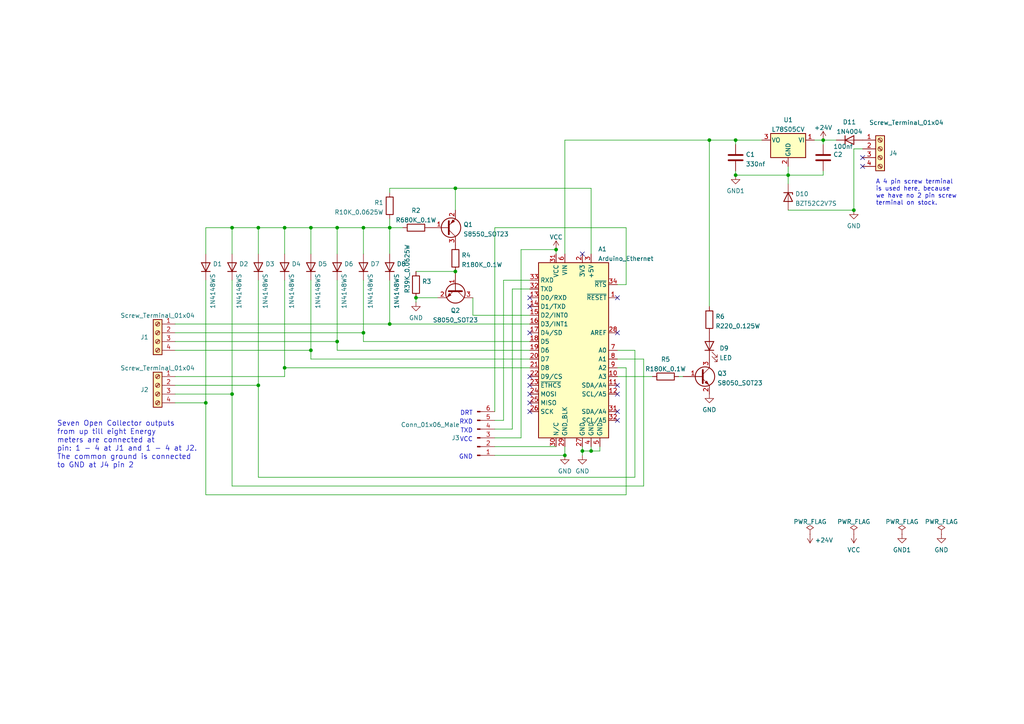
<source format=kicad_sch>
(kicad_sch (version 20211123) (generator eeschema)
  (paper "A4")
  (title_block (title "Energi registration") (date "2022-02-18") (rev "1.0.0"))
  (lib_symbols
    (symbol "Connector:Conn_01x06_Male" (pin_names (offset 1.016) hide)
      (property "Reference" "J" (at 0 7.62 0))
      (property "Value" "Conn_01x06_Male" (at 0 -10.16 0))
      (symbol "Conn_01x06_Male_1_1"
        (polyline (pts (xy 1.27 -7.62) (xy 0.8636 -7.62)) (stroke (width 0.1524)))
        (polyline (pts (xy 1.27 -5.08) (xy 0.8636 -5.08)) (stroke (width 0.1524)))
        (polyline (pts (xy 1.27 -2.54) (xy 0.8636 -2.54)) (stroke (width 0.1524)))
        (polyline (pts (xy 1.27 0) (xy 0.8636 0)) (stroke (width 0.1524)))
        (polyline (pts (xy 1.27 2.54) (xy 0.8636 2.54)) (stroke (width 0.1524)))
        (polyline (pts (xy 1.27 5.08) (xy 0.8636 5.08)) (stroke (width 0.1524)))
        (rectangle (start 0.8636 -7.493) (end 0 -7.747) (stroke (width 0.1524)) (fill (type outline)))
        (rectangle (start 0.8636 -4.953) (end 0 -5.207) (stroke (width 0.1524)) (fill (type outline)))
        (rectangle (start 0.8636 -2.413) (end 0 -2.667) (stroke (width 0.1524)) (fill (type outline)))
        (rectangle (start 0.8636 0.127) (end 0 -0.127) (stroke (width 0.1524)) (fill (type outline)))
        (rectangle (start 0.8636 2.667) (end 0 2.413) (stroke (width 0.1524)) (fill (type outline)))
        (rectangle (start 0.8636 5.207) (end 0 4.953) (stroke (width 0.1524)) (fill (type outline)))
        (pin passive line (at 5.08 5.08 180) (length 3.81) (name "Pin_1") (number "1"))
        (pin passive line (at 5.08 2.54 180) (length 3.81) (name "Pin_2") (number "2"))
        (pin passive line (at 5.08 0 180) (length 3.81) (name "Pin_3") (number "3"))
        (pin passive line (at 5.08 -2.54 180) (length 3.81) (name "Pin_4") (number "4"))
        (pin passive line (at 5.08 -5.08 180) (length 3.81) (name "Pin_5") (number "5"))
        (pin passive line (at 5.08 -7.62 180) (length 3.81) (name "Pin_6") (number "6"))
      )
    )
    (symbol "Connector:Screw_Terminal_01x04" (pin_names (offset 1.016) hide)
      (property "Reference" "J" (at 0 5.08 0))
      (property "Value" "Screw_Terminal_01x04" (at 0 -7.62 0))
      (symbol "Screw_Terminal_01x04_1_1"
        (rectangle (start -1.27 3.81) (end 1.27 -6.35) (stroke (width 0.254)) (fill (type background)))
        (circle (center 0 -5.08) (radius 0.635) (stroke (width 0.1524)))
        (circle (center 0 -2.54) (radius 0.635) (stroke (width 0.1524)))
        (polyline (pts (xy -0.5334 -4.7498) (xy 0.3302 -5.588)) (stroke (width 0.1524)))
        (polyline (pts (xy -0.5334 -2.2098) (xy 0.3302 -3.048)) (stroke (width 0.1524)))
        (polyline (pts (xy -0.5334 0.3302) (xy 0.3302 -0.508)) (stroke (width 0.1524)))
        (polyline (pts (xy -0.5334 2.8702) (xy 0.3302 2.032)) (stroke (width 0.1524)))
        (polyline (pts (xy -0.3556 -4.572) (xy 0.508 -5.4102)) (stroke (width 0.1524)))
        (polyline (pts (xy -0.3556 -2.032) (xy 0.508 -2.8702)) (stroke (width 0.1524)))
        (polyline (pts (xy -0.3556 0.508) (xy 0.508 -0.3302)) (stroke (width 0.1524)))
        (polyline (pts (xy -0.3556 3.048) (xy 0.508 2.2098)) (stroke (width 0.1524)))
        (circle (center 0 0) (radius 0.635) (stroke (width 0.1524)))
        (circle (center 0 2.54) (radius 0.635) (stroke (width 0.1524)))
        (pin passive line (at -5.08 2.54 0) (length 3.81) (name "Pin_1") (number "1"))
        (pin passive line (at -5.08 0 0) (length 3.81) (name "Pin_2") (number "2"))
        (pin passive line (at -5.08 -2.54 0) (length 3.81) (name "Pin_3") (number "3"))
        (pin passive line (at -5.08 -5.08 0) (length 3.81) (name "Pin_4") (number "4"))
      )
    )
    (symbol "Device:C" (pin_numbers hide) (pin_names (offset 0.254))
      (property "Reference" "C" (at 0.635 2.54 0))
      (property "Value" "C" (at 0.635 -2.54 0))
      (symbol "C_0_1"
        (polyline (pts (xy -2.032 -0.762) (xy 2.032 -0.762)) (stroke (width 0.508)))
        (polyline (pts (xy -2.032 0.762) (xy 2.032 0.762)) (stroke (width 0.508)))
      )
      (symbol "C_1_1"
        (pin passive line (at 0 3.81 270) (length 2.794) (name "~") (number "1"))
        (pin passive line (at 0 -3.81 90) (length 2.794) (name "~") (number "2"))
      )
    )
    (symbol "Device:LED" (pin_numbers hide) (pin_names (offset 1.016) hide)
      (property "Reference" "D" (at 0 2.54 0))
      (property "Value" "LED" (at 0 -2.54 0))
      (symbol "LED_0_1"
        (polyline (pts (xy -1.27 -1.27) (xy -1.27 1.27)) (stroke (width 0.254)))
        (polyline (pts (xy -1.27 0) (xy 1.27 0)))
        (polyline (pts (xy 1.27 -1.27) (xy 1.27 1.27) (xy -1.27 0) (xy 1.27 -1.27)) (stroke (width 0.254)))
        (polyline (pts (xy -3.048 -0.762) (xy -4.572 -2.286) (xy -3.81 -2.286) (xy -4.572 -2.286) (xy -4.572 -1.524)))
        (polyline (pts (xy -1.778 -0.762) (xy -3.302 -2.286) (xy -2.54 -2.286) (xy -3.302 -2.286) (xy -3.302 -1.524)))
      )
      (symbol "LED_1_1"
        (pin passive line (at -3.81 0 0) (length 2.54) (name "K") (number "1"))
        (pin passive line (at 3.81 0 180) (length 2.54) (name "A") (number "2"))
      )
    )
    (symbol "Diode:1N4004" (pin_numbers hide) (pin_names (offset 1.016) hide)
      (property "Reference" "D" (at 0 2.54 0))
      (property "Value" "1N4004" (at 0 -2.54 0))
      (symbol "1N4004_0_1"
        (polyline (pts (xy -1.27 1.27) (xy -1.27 -1.27)) (stroke (width 0.254)))
        (polyline (pts (xy 1.27 0) (xy -1.27 0)))
        (polyline (pts (xy 1.27 1.27) (xy 1.27 -1.27) (xy -1.27 0) (xy 1.27 1.27)) (stroke (width 0.254)))
      )
      (symbol "1N4004_1_1"
        (pin passive line (at -3.81 0 0) (length 2.54) (name "K") (number "1"))
        (pin passive line (at 3.81 0 180) (length 2.54) (name "A") (number "2"))
      )
    )
    (symbol "Diode:1N4148" (pin_numbers hide) (pin_names (offset 1.016) hide)
      (property "Reference" "D" (at 0 2.54 0))
      (property "Value" "1N4148" (at 0 -2.54 0))
      (symbol "1N4148_0_1"
        (polyline (pts (xy -1.27 1.27) (xy -1.27 -1.27)) (stroke (width 0.254)))
        (polyline (pts (xy 1.27 0) (xy -1.27 0)))
        (polyline (pts (xy 1.27 1.27) (xy 1.27 -1.27) (xy -1.27 0) (xy 1.27 1.27)) (stroke (width 0.254)))
      )
      (symbol "1N4148_1_1"
        (pin passive line (at -3.81 0 0) (length 2.54) (name "K") (number "1"))
        (pin passive line (at 3.81 0 180) (length 2.54) (name "A") (number "2"))
      )
    )
    (symbol "Diode:BZT52Bxx" (pin_numbers hide) (pin_names (offset 1.016) hide)
      (property "Reference" "D" (at 0 2.54 0))
      (property "Value" "BZT52Bxx" (at 0 -2.54 0))
      (symbol "BZT52Bxx_0_1"
        (polyline (pts (xy 1.27 0) (xy -1.27 0)))
        (polyline (pts (xy -1.27 -1.27) (xy -1.27 1.27) (xy -0.762 1.27)) (stroke (width 0.254)))
        (polyline (pts (xy 1.27 -1.27) (xy 1.27 1.27) (xy -1.27 0) (xy 1.27 -1.27)) (stroke (width 0.254)))
      )
      (symbol "BZT52Bxx_1_1"
        (pin passive line (at -3.81 0 0) (length 2.54) (name "K") (number "1"))
        (pin passive line (at 3.81 0 180) (length 2.54) (name "A") (number "2"))
      )
    )
    (symbol "Local_Device_Library:R10K_0.0625W" (pin_numbers hide) (pin_names (offset 0))
      (property "Reference" "R" (at 2.032 0 90))
      (property "Value" "R10K_0.0625W" (at 0 0 90))
      (symbol "R10K_0.0625W_0_1"
        (rectangle (start -1.016 -2.54) (end 1.016 2.54) (stroke (width 0.254)))
      )
      (symbol "R10K_0.0625W_1_1"
        (pin passive line (at 0 3.81 270) (length 1.27) (name "~") (number "1"))
        (pin passive line (at 0 -3.81 90) (length 1.27) (name "~") (number "2"))
      )
    )
    (symbol "Local_Device_Library:R180K_0.1W" (pin_numbers hide) (pin_names (offset 0))
      (property "Reference" "R" (at 2.032 0 90))
      (property "Value" "R180K_0.1W" (at 0 0 90))
      (symbol "R180K_0.1W_0_1"
        (rectangle (start -1.016 -2.54) (end 1.016 2.54) (stroke (width 0.254)))
      )
      (symbol "R180K_0.1W_1_1"
        (pin passive line (at 0 3.81 270) (length 1.27) (name "~") (number "1"))
        (pin passive line (at 0 -3.81 90) (length 1.27) (name "~") (number "2"))
      )
    )
    (symbol "Local_Device_Library:R220_0.125W" (pin_numbers hide) (pin_names (offset 0))
      (property "Reference" "R" (at 2.032 0 90))
      (property "Value" "R220_0.125W" (at 0 0 90))
      (symbol "R220_0.125W_0_1"
        (rectangle (start -1.016 -2.54) (end 1.016 2.54) (stroke (width 0.254)))
      )
      (symbol "R220_0.125W_1_1"
        (pin passive line (at 0 3.81 270) (length 1.27) (name "~") (number "1"))
        (pin passive line (at 0 -3.81 90) (length 1.27) (name "~") (number "2"))
      )
    )
    (symbol "Local_Device_Library:R39K_0.0625W" (pin_numbers hide) (pin_names (offset 0))
      (property "Reference" "R" (at 2.032 0 90))
      (property "Value" "R39K_0.0625W" (at 0 0 90))
      (symbol "R39K_0.0625W_0_1"
        (rectangle (start -1.016 -2.54) (end 1.016 2.54) (stroke (width 0.254)))
      )
      (symbol "R39K_0.0625W_1_1"
        (pin passive line (at 0 3.81 270) (length 1.27) (name "~") (number "1"))
        (pin passive line (at 0 -3.81 90) (length 1.27) (name "~") (number "2"))
      )
    )
    (symbol "Local_Device_Library:R680K_0.1W" (pin_numbers hide) (pin_names (offset 0))
      (property "Reference" "R" (at 2.032 0 90))
      (property "Value" "R680K_0.1W" (at 0 0 90))
      (symbol "R680K_0.1W_0_1"
        (rectangle (start -1.016 -2.54) (end 1.016 2.54) (stroke (width 0.254)))
      )
      (symbol "R680K_0.1W_1_1"
        (pin passive line (at 0 3.81 270) (length 1.27) (name "~") (number "1"))
        (pin passive line (at 0 -3.81 90) (length 1.27) (name "~") (number "2"))
      )
    )
    (symbol "Local_MCU_Module_Library:Arduino_Ethernet"
      (property "Reference" "A" (at -10.16 26.035 0))
      (property "Value" "Arduino_Ethernet" (at 10.16 -26.67 0))
      (symbol "Arduino_Ethernet_0_1"
        (rectangle (start 10.16 25.4) (end -10.16 -25.4) (stroke (width 0.254)) (fill (type background)))
      )
      (symbol "Arduino_Ethernet_1_1"
        (pin input line (at 12.7 15.24 180) (length 2.54) (name "~{RESET}") (number "1"))
        (pin bidirectional line (at 12.7 -7.62 180) (length 2.54) (name "A3") (number "10"))
        (pin bidirectional line (at 12.7 -10.16 180) (length 2.54) (name "SDA/A4") (number "11"))
        (pin bidirectional line (at 12.7 -12.7 180) (length 2.54) (name "SCL/A5") (number "12"))
        (pin bidirectional line (at -12.7 15.24 0) (length 2.54) (name "D0/RXD") (number "13"))
        (pin bidirectional line (at -12.7 12.7 0) (length 2.54) (name "D1/TXD") (number "14"))
        (pin bidirectional line (at -12.7 10.16 0) (length 2.54) (name "D2/INT0") (number "15"))
        (pin bidirectional line (at -12.7 7.62 0) (length 2.54) (name "D3/INT1") (number "16"))
        (pin bidirectional line (at -12.7 5.08 0) (length 2.54) (name "D4/SD") (number "17"))
        (pin bidirectional line (at -12.7 2.54 0) (length 2.54) (name "D5") (number "18"))
        (pin bidirectional line (at -12.7 0 0) (length 2.54) (name "D6") (number "19"))
        (pin power_out line (at 2.54 27.94 270) (length 2.54) (name "3V3") (number "2"))
        (pin bidirectional line (at -12.7 -2.54 0) (length 2.54) (name "D7") (number "20"))
        (pin bidirectional line (at -12.7 -5.08 0) (length 2.54) (name "D8") (number "21"))
        (pin bidirectional line (at -12.7 -7.62 0) (length 2.54) (name "D9/CS") (number "22"))
        (pin bidirectional line (at -12.7 -10.16 0) (length 2.54) (name "~{ETHCS}") (number "23"))
        (pin bidirectional line (at -12.7 -12.7 0) (length 2.54) (name "MOSI") (number "24"))
        (pin bidirectional line (at -12.7 -15.24 0) (length 2.54) (name "MISO") (number "25"))
        (pin bidirectional line (at -12.7 -17.78 0) (length 2.54) (name "SCK") (number "26"))
        (pin power_in line (at 2.54 -27.94 90) (length 2.54) (name "GND") (number "27"))
        (pin input line (at 12.7 5.08 180) (length 2.54) (name "AREF") (number "28"))
        (pin power_in line (at -2.54 -27.94 90) (length 2.54) (name "GND_BLK") (number "29"))
        (pin power_out line (at 5.08 27.94 270) (length 2.54) (name "+5V") (number "3"))
        (pin passive line (at -5.08 -27.94 90) (length 2.54) (name "N/C") (number "30"))
        (pin bidirectional line (at 12.7 -17.78 180) (length 2.54) (name "SDA/A4") (number "31"))
        (pin power_in line (at -5.08 27.94 270) (length 2.54) (name "VCC") (number "31"))
        (pin bidirectional line (at 12.7 -20.32 180) (length 2.54) (name "SCL/A5") (number "32"))
        (pin bidirectional line (at -12.7 17.78 0) (length 2.54) (name "TXD") (number "32"))
        (pin bidirectional line (at -12.7 20.32 0) (length 2.54) (name "RXD") (number "33"))
        (pin input line (at 12.7 19.05 180) (length 2.54) (name "~{RTS}") (number "34"))
        (pin power_in line (at 5.08 -27.94 90) (length 2.54) (name "GND") (number "4"))
        (pin power_in line (at 7.62 -27.94 90) (length 2.54) (name "GND") (number "5"))
        (pin power_in line (at -2.54 27.94 270) (length 2.54) (name "VIN") (number "6"))
        (pin bidirectional line (at 12.7 0 180) (length 2.54) (name "A0") (number "7"))
        (pin bidirectional line (at 12.7 -2.54 180) (length 2.54) (name "A1") (number "8"))
        (pin bidirectional line (at 12.7 -5.08 180) (length 2.54) (name "A2") (number "9"))
      )
    )
    (symbol "Local_Miscellaneous_Library:L78S75CV_TO220AB" (pin_names (offset 0.254))
      (property "Reference" "U" (at -3.81 3.175 0))
      (property "Value" "L78S75CV_TO220AB" (at 0 3.175 0))
      (symbol "L78S75CV_TO220AB_0_1"
        (rectangle (start -5.08 1.905) (end 5.08 -5.08) (stroke (width 0.254)) (fill (type background)))
      )
      (symbol "L78S75CV_TO220AB_1_1"
        (pin power_in line (at -7.62 0 0) (length 2.54) (name "VI") (number "1"))
        (pin power_in line (at 0 -7.62 90) (length 2.54) (name "GND") (number "2"))
        (pin power_out line (at 7.62 0 180) (length 2.54) (name "VO") (number "3"))
      )
    )
    (symbol "Local_Transistor_BJT_Library:S8050_SOT23" (pin_names (offset 0) hide)
      (property "Reference" "Q" (at 5.08 1.905 0))
      (property "Value" "S8050_SOT23" (at 5.08 0 0))
      (symbol "S8050_SOT23_0_1"
        (polyline (pts (xy 0.635 0.635) (xy 2.54 2.54)))
        (polyline (pts (xy 0.635 -0.635) (xy 2.54 -2.54) (xy 2.54 -2.54)))
        (polyline (pts (xy 0.635 1.905) (xy 0.635 -1.905) (xy 0.635 -1.905)) (stroke (width 0.508)))
        (polyline (pts (xy 1.27 -1.778) (xy 1.778 -1.27) (xy 2.286 -2.286) (xy 1.27 -1.778) (xy 1.27 -1.778)) (fill (type outline)))
        (circle (center 1.27 0) (radius 2.8194) (stroke (width 0.254)))
      )
      (symbol "S8050_SOT23_1_1"
        (pin input line (at -5.08 0 0) (length 5.715) (name "B") (number "1"))
        (pin passive line (at 2.54 -5.08 90) (length 2.54) (name "E") (number "2"))
        (pin passive line (at 2.54 5.08 270) (length 2.54) (name "C") (number "3"))
      )
    )
    (symbol "Local_Transistor_BJT_Library:S8550_SOT23" (pin_names (offset 0) hide)
      (property "Reference" "Q" (at 5.08 1.905 0))
      (property "Value" "S8550_SOT23" (at 5.08 0 0))
      (symbol "S8550_SOT23_0_1"
        (polyline (pts (xy 0.635 0.635) (xy 2.54 2.54)))
        (polyline (pts (xy 0.635 -0.635) (xy 2.54 -2.54) (xy 2.54 -2.54)))
        (polyline (pts (xy 0.635 1.905) (xy 0.635 -1.905) (xy 0.635 -1.905)) (stroke (width 0.508)))
        (polyline (pts (xy 2.286 -1.778) (xy 1.778 -2.286) (xy 1.27 -1.27) (xy 2.286 -1.778) (xy 2.286 -1.778)) (fill (type outline)))
        (circle (center 1.27 0) (radius 2.8194) (stroke (width 0.254)))
      )
      (symbol "S8550_SOT23_1_1"
        (pin input line (at -5.08 0 0) (length 5.715) (name "B") (number "1"))
        (pin passive line (at 2.54 -5.08 90) (length 2.54) (name "E") (number "2"))
        (pin passive line (at 2.54 5.08 270) (length 2.54) (name "C") (number "3"))
      )
    )
    (symbol "power:+24V" (power) (pin_names (offset 0))
      (property "Value" "+24V" (at 0 3.556 0))
      (symbol "+24V_0_1"
        (polyline (pts (xy -0.762 1.27) (xy 0 2.54)))
        (polyline (pts (xy 0 0) (xy 0 2.54)))
        (polyline (pts (xy 0 2.54) (xy 0.762 1.27)))
      )
      (symbol "+24V_1_1"
        (pin power_in line (at 0 0 90) (length 0) hide (name "+24V") (number "1"))
      )
    )
    (symbol "power:GND" (power) (pin_names (offset 0))
      (property "Value" "GND" (at 0 -3.81 0))
      (symbol "GND_0_1"
        (polyline (pts (xy 0 0) (xy 0 -1.27) (xy 1.27 -1.27) (xy 0 -2.54) (xy -1.27 -1.27) (xy 0 -1.27)))
      )
      (symbol "GND_1_1"
        (pin power_in line (at 0 0 270) (length 0) hide (name "GND") (number "1"))
      )
    )
    (symbol "power:GND1" (power) (pin_names (offset 0))
      (property "Value" "GND1" (at 0 -3.81 0))
      (symbol "GND1_0_1"
        (polyline (pts (xy 0 0) (xy 0 -1.27) (xy 1.27 -1.27) (xy 0 -2.54) (xy -1.27 -1.27) (xy 0 -1.27)))
      )
      (symbol "GND1_1_1"
        (pin power_in line (at 0 0 270) (length 0) hide (name "GND1") (number "1"))
      )
    )
    (symbol "power:PWR_FLAG" (power) (pin_numbers hide) (pin_names (offset 0) hide)
      (property "Value" "PWR_FLAG" (at 0 3.81 0))
      (symbol "PWR_FLAG_0_0"
        (pin power_out line (at 0 0 90) (length 0) (name "pwr") (number "1"))
      )
      (symbol "PWR_FLAG_0_1"
        (polyline (pts (xy 0 0) (xy 0 1.27) (xy -1.016 1.905) (xy 0 2.54) (xy 1.016 1.905) (xy 0 1.27)))
      )
    )
    (symbol "power:VCC" (power) (pin_names (offset 0))
      (property "Value" "VCC" (at 0 3.81 0))
      (symbol "VCC_0_1"
        (polyline (pts (xy -0.762 1.27) (xy 0 2.54)))
        (polyline (pts (xy 0 0) (xy 0 2.54)))
        (polyline (pts (xy 0 2.54) (xy 0.762 1.27)))
      )
      (symbol "VCC_1_1"
        (pin power_in line (at 0 0 90) (length 0) hide (name "VCC") (number "1"))
      )
    )
  )
  (junction (at 168.91 130.81))
  (junction (at 213.36 40.64))
  (junction (at 74.93 66.04))
  (junction (at 74.93 111.76))
  (junction (at 228.6 50.8))
  (junction (at 213.36 50.8))
  (junction (at 67.31 114.3))
  (junction (at 90.17 101.6))
  (junction (at 59.69 116.84))
  (junction (at 113.03 93.98))
  (junction (at 163.83 132.08))
  (junction (at 97.79 66.04))
  (junction (at 113.03 66.04))
  (junction (at 161.29 72.39))
  (junction (at 82.55 106.68))
  (junction (at 90.17 66.04))
  (junction (at 105.41 96.52))
  (junction (at 171.45 130.81))
  (junction (at 97.79 99.06))
  (junction (at 105.41 66.04))
  (junction (at 247.65 60.96))
  (junction (at 120.65 86.36))
  (junction (at 238.76 40.64))
  (junction (at 82.55 66.04))
  (junction (at 132.08 78.74))
  (junction (at 205.74 40.64))
  (junction (at 132.08 54.61))
  (junction (at 67.31 66.04))
  (no_connect (at 250.19 48.26))
  (no_connect (at 250.19 45.72))
  (no_connect (at 168.91 73.66))
  (no_connect (at 179.07 86.36))
  (no_connect (at 179.07 121.92))
  (no_connect (at 179.07 119.38))
  (no_connect (at 179.07 111.76))
  (no_connect (at 179.07 114.3))
  (no_connect (at 153.67 116.84))
  (no_connect (at 153.67 109.22))
  (no_connect (at 153.67 111.76))
  (no_connect (at 153.67 114.3))
  (no_connect (at 179.07 96.52))
  (no_connect (at 153.67 86.36))
  (no_connect (at 153.67 88.9))
  (no_connect (at 153.67 119.38))
  (no_connect (at 153.67 96.52))
  (wire (pts (xy 143.51 132.08) (xy 163.83 132.08)))
  (wire (pts (xy 74.93 66.04) (xy 74.93 73.66)))
  (wire (pts (xy 168.91 130.81) (xy 168.91 129.54)))
  (wire (pts (xy 179.07 82.55) (xy 181.61 82.55)))
  (wire (pts (xy 153.67 81.28) (xy 146.05 81.28)))
  (wire (pts (xy 181.61 82.55) (xy 181.61 66.04)))
  (wire (pts (xy 146.05 121.92) (xy 143.51 121.92)))
  (wire (pts (xy 137.16 91.44) (xy 137.16 86.36)))
  (wire (pts (xy 238.76 50.8) (xy 238.76 49.53)))
  (wire (pts (xy 74.93 66.04) (xy 67.31 66.04)))
  (wire (pts (xy 97.79 101.6) (xy 153.67 101.6)))
  (wire (pts (xy 82.55 66.04) (xy 74.93 66.04)))
  (wire (pts (xy 90.17 101.6) (xy 90.17 81.28)))
  (wire (pts (xy 238.76 40.64) (xy 242.57 40.64)))
  (wire (pts (xy 236.22 40.64) (xy 238.76 40.64)))
  (wire (pts (xy 113.03 54.61) (xy 113.03 55.88)))
  (wire (pts (xy 127 86.36) (xy 120.65 86.36)))
  (wire (pts (xy 113.03 93.98) (xy 153.67 93.98)))
  (wire (pts (xy 205.74 40.64) (xy 213.36 40.64)))
  (wire (pts (xy 238.76 41.91) (xy 238.76 40.64)))
  (wire (pts (xy 82.55 66.04) (xy 82.55 73.66)))
  (wire (pts (xy 50.8 109.22) (xy 82.55 109.22)))
  (wire (pts (xy 59.69 143.51) (xy 181.61 143.51)))
  (wire (pts (xy 59.69 116.84) (xy 50.8 116.84)))
  (wire (pts (xy 113.03 63.5) (xy 113.03 66.04)))
  (wire (pts (xy 90.17 101.6) (xy 90.17 104.14)))
  (wire (pts (xy 132.08 54.61) (xy 171.45 54.61)))
  (wire (pts (xy 163.83 40.64) (xy 163.83 73.66)))
  (wire (pts (xy 181.61 66.04) (xy 143.51 66.04)))
  (wire (pts (xy 120.65 86.36) (xy 120.65 87.63)))
  (wire (pts (xy 132.08 78.74) (xy 120.65 78.74)))
  (wire (pts (xy 179.07 109.22) (xy 189.23 109.22)))
  (wire (pts (xy 132.08 54.61) (xy 113.03 54.61)))
  (wire (pts (xy 163.83 129.54) (xy 163.83 132.08)))
  (wire (pts (xy 67.31 81.28) (xy 67.31 114.3)))
  (wire (pts (xy 116.84 66.04) (xy 113.03 66.04)))
  (wire (pts (xy 50.8 114.3) (xy 67.31 114.3)))
  (wire (pts (xy 179.07 106.68) (xy 181.61 106.68)))
  (wire (pts (xy 143.51 129.54) (xy 161.29 129.54)))
  (wire (pts (xy 213.36 50.8) (xy 228.6 50.8)))
  (wire (pts (xy 151.13 127) (xy 151.13 72.39)))
  (wire (pts (xy 105.41 66.04) (xy 97.79 66.04)))
  (wire (pts (xy 143.51 66.04) (xy 143.51 119.38)))
  (wire (pts (xy 228.6 50.8) (xy 238.76 50.8)))
  (wire (pts (xy 247.65 43.18) (xy 247.65 60.96)))
  (wire (pts (xy 74.93 81.28) (xy 74.93 111.76)))
  (wire (pts (xy 213.36 41.91) (xy 213.36 40.64)))
  (wire (pts (xy 97.79 99.06) (xy 97.79 101.6)))
  (wire (pts (xy 90.17 104.14) (xy 153.67 104.14)))
  (wire (pts (xy 153.67 91.44) (xy 137.16 91.44)))
  (wire (pts (xy 171.45 130.81) (xy 171.45 129.54)))
  (wire (pts (xy 67.31 114.3) (xy 67.31 140.97)))
  (wire (pts (xy 97.79 81.28) (xy 97.79 99.06)))
  (wire (pts (xy 168.91 130.81) (xy 171.45 130.81)))
  (wire (pts (xy 228.6 60.96) (xy 247.65 60.96)))
  (wire (pts (xy 67.31 66.04) (xy 67.31 73.66)))
  (wire (pts (xy 163.83 40.64) (xy 205.74 40.64)))
  (wire (pts (xy 50.8 99.06) (xy 97.79 99.06)))
  (wire (pts (xy 50.8 93.98) (xy 113.03 93.98)))
  (wire (pts (xy 82.55 81.28) (xy 82.55 106.68)))
  (wire (pts (xy 213.36 40.64) (xy 220.98 40.64)))
  (wire (pts (xy 59.69 116.84) (xy 59.69 143.51)))
  (wire (pts (xy 105.41 66.04) (xy 105.41 73.66)))
  (wire (pts (xy 59.69 66.04) (xy 59.69 73.66)))
  (wire (pts (xy 171.45 54.61) (xy 171.45 73.66)))
  (wire (pts (xy 205.74 40.64) (xy 205.74 88.9)))
  (wire (pts (xy 67.31 66.04) (xy 59.69 66.04)))
  (wire (pts (xy 105.41 99.06) (xy 153.67 99.06)))
  (wire (pts (xy 151.13 72.39) (xy 161.29 72.39)))
  (wire (pts (xy 228.6 50.8) (xy 228.6 53.34)))
  (wire (pts (xy 74.93 138.43) (xy 184.15 138.43)))
  (wire (pts (xy 59.69 81.28) (xy 59.69 116.84)))
  (wire (pts (xy 181.61 143.51) (xy 181.61 106.68)))
  (wire (pts (xy 247.65 43.18) (xy 250.19 43.18)))
  (wire (pts (xy 113.03 81.28) (xy 113.03 93.98)))
  (wire (pts (xy 97.79 66.04) (xy 90.17 66.04)))
  (wire (pts (xy 82.55 106.68) (xy 153.67 106.68)))
  (wire (pts (xy 105.41 81.28) (xy 105.41 96.52)))
  (wire (pts (xy 97.79 66.04) (xy 97.79 73.66)))
  (wire (pts (xy 148.59 124.46) (xy 143.51 124.46)))
  (wire (pts (xy 148.59 83.82) (xy 153.67 83.82)))
  (wire (pts (xy 184.15 138.43) (xy 184.15 101.6)))
  (wire (pts (xy 228.6 50.8) (xy 228.6 48.26)))
  (wire (pts (xy 184.15 101.6) (xy 179.07 101.6)))
  (wire (pts (xy 50.8 101.6) (xy 90.17 101.6)))
  (wire (pts (xy 143.51 127) (xy 151.13 127)))
  (wire (pts (xy 113.03 66.04) (xy 113.03 73.66)))
  (wire (pts (xy 186.69 104.14) (xy 179.07 104.14)))
  (wire (pts (xy 74.93 111.76) (xy 74.93 138.43)))
  (wire (pts (xy 148.59 83.82) (xy 148.59 124.46)))
  (wire (pts (xy 113.03 66.04) (xy 105.41 66.04)))
  (wire (pts (xy 90.17 66.04) (xy 82.55 66.04)))
  (wire (pts (xy 132.08 54.61) (xy 132.08 60.96)))
  (wire (pts (xy 168.91 132.08) (xy 168.91 130.81)))
  (wire (pts (xy 196.85 109.22) (xy 198.12 109.22)))
  (wire (pts (xy 105.41 96.52) (xy 105.41 99.06)))
  (wire (pts (xy 213.36 50.8) (xy 213.36 49.53)))
  (wire (pts (xy 50.8 96.52) (xy 105.41 96.52)))
  (wire (pts (xy 171.45 130.81) (xy 173.99 130.81)))
  (wire (pts (xy 161.29 73.66) (xy 161.29 72.39)))
  (wire (pts (xy 186.69 104.14) (xy 186.69 140.97)))
  (wire (pts (xy 173.99 130.81) (xy 173.99 129.54)))
  (wire (pts (xy 146.05 81.28) (xy 146.05 121.92)))
  (wire (pts (xy 82.55 106.68) (xy 82.55 109.22)))
  (wire (pts (xy 50.8 111.76) (xy 74.93 111.76)))
  (wire (pts (xy 67.31 140.97) (xy 186.69 140.97)))
  (wire (pts (xy 90.17 66.04) (xy 90.17 73.66)))
  (text "Seven Open Collector outputs \nfrom up till eight Energy \nmeters are connected at \npin: 1 - 4 at J1 and 1 - 4 at J2.\nThe common ground is connected\nto GND at J4 pin 2" (at 16.51 135.89 0) (effects (font (size 1.5 1.5)) (justify left bottom)))
  (text "A 4 pin screw terminal\nis used here, because\nwe have no 2 pin screw\nterminal on stock." (at 254 59.69 0) (effects (font (size 1.27 1.27)) (justify left bottom)))
  (text "RXD" (at 137.16 123.19 180) (effects (font (size 1.27 1.27)) (justify right bottom)))
  (text "DRT" (at 137.16 120.65 180) (effects (font (size 1.27 1.27)) (justify right bottom)))
  (text "VCC" (at 137.16 128.27 180) (effects (font (size 1.27 1.27)) (justify right bottom)))
  (text "TXD" (at 137.16 125.73 180) (effects (font (size 1.27 1.27)) (justify right bottom)))
  (text "GND" (at 137.16 133.35 180) (effects (font (size 1.27 1.27)) (justify right bottom)))
  (symbol (lib_id "Local_Device_Library:R180K_0.1W") (at 132.08 74.93 0) (unit 1)
    (property "Reference" "R4" (at 133.858 74.0215 0) (effects (justify left)))
    (property "Value" "R180K_0.1W" (at 133.858 76.7966 0) (effects (justify left)))
    (property "Footprint" "Resistor_SMD:R_0603_1608Metric" (effects hide))
    (property "Datasheet" "https://datasheet.lcsc.com/lcsc/2110260030_UNI-ROYAL-Uniroyal-Elec-0402WGF1002TCE_C25744.pdf" (effects hide))
    (property "LibPart" "Local_Device_Library:R180K_0.1W" (effects hide))
    (property "Category" "Resistor" (effects hide))
    (property "Description" "±1% 1/10W Thick Film Resistors 75V ±100ppm/℃ -55℃~+155℃ 180kΩ 0603 Chip Resistor - Surface Mount ROHS" (effects hide))
    (property "Famely" "Resistor" (effects hide))
    (property "JLCPCB Part #" "C22827" (effects hide))
    (property "Manufacturer" "UNI-ROYAL(Uniroyal Elec)" (effects hide))
    (property "Manufacturer PN" "0603WAF1803T5E" (effects hide))
  )
  (symbol (lib_id "power:GND1") (at 213.36 50.8 0) (unit 1)
    (property "Reference" "#PWR06" (effects hide))
    (property "Value" "GND1" (at 213.36 55.3625 0))
  )
  (symbol (lib_id "power:PWR_FLAG") (at 247.65 154.94 0) (unit 1)
    (property "Reference" "#FLG02" (effects hide))
    (property "Value" "PWR_FLAG" (at 247.65 151.3355 0))
  )
  (symbol (lib_id "Local_Transistor_BJT_Library:S8550_SOT23") (at 129.54 66.04 0) (mirror x) (unit 1)
    (property "Reference" "Q1" (at 134.3914 65.1315 0) (effects (justify left)))
    (property "Value" "S8550_SOT23" (at 134.3914 67.9066 0) (effects (justify left)))
    (property "Footprint" "Package_TO_SOT_SMD:SOT-23" (effects hide))
    (property "Datasheet" "https://datasheet.lcsc.com/lcsc/1810010612_Changjiang-Electronics-Tech--CJ-S8550_C105432.pdf" (effects hide))
    (property "LibPart" "Local_Transistor_BJT_Library" (effects hide))
    (property "Category" "Transistors" (effects hide))
    (property "Description" "25V 300mW 500mA 120@50mA,1V 150MHz 600mV@500mA,50mA PNP +150℃@(Tj) SOT-23(SOT-23-3) Bipolar Transistors - BJT ROHS" (effects hide))
    (property "Famely" "Transistors" (effects hide))
    (property "JLCPCB Part #" "C105432" (effects hide))
    (property "Manufacturer" "Changjiang Electronics Tech (CJ)" (effects hide))
    (property "Manufacturer PN" "S8550" (effects hide))
  )
  (symbol (lib_id "Diode:1N4148") (at 67.31 77.47 90) (unit 1)
    (property "Reference" "D2" (at 69.342 76.5615 90) (effects (justify right)))
    (property "Value" "1N4148WS" (at 69.342 79.3366 0) (effects (justify right)))
    (property "Footprint" "Diode_SMD:D_SOD-323F" (effects hide))
    (property "Datasheet" "https://datasheet.lcsc.com/szlcsc/Changjiang-Electronics-Tech-CJ-1N4148WS_C2128.pdf" (effects hide))
    (property "Category" "Discrete Semiconductor Products" (effects hide))
    (property "Description" "SWITCHING DIODE 100V 150MA 1.25V @ 150MA 4NS SOD-323 ROHS" (effects hide))
    (property "Digi-Key " "1N4148WS-FDICT-ND" (effects hide))
    (property "Famely" "Diodes - Rectifiers - Single" (effects hide))
    (property "JLCPCB Part #" "C2128" (effects hide))
    (property "Manufacturer" "Changjiang Electronics Tech (CJ)" (effects hide))
    (property "Manufacturer PN" "1N4148WS" (effects hide))
    (property "LibPart" "???" (effects hide))
  )
  (symbol (lib_id "Diode:1N4148") (at 59.69 77.47 90) (unit 1)
    (property "Reference" "D1" (at 61.722 76.5615 90) (effects (justify right)))
    (property "Value" "1N4148WS" (at 61.722 79.3366 0) (effects (justify right)))
    (property "Footprint" "Diode_SMD:D_SOD-323F" (effects hide))
    (property "Datasheet" "https://datasheet.lcsc.com/szlcsc/Changjiang-Electronics-Tech-CJ-1N4148WS_C2128.pdf" (effects hide))
    (property "Category" "Discrete Semiconductor Products" (effects hide))
    (property "Description" "SWITCHING DIODE 100V 150MA 1.25V @ 150MA 4NS SOD-323 ROHS" (effects hide))
    (property "Digi-Key " "1N4148WS-FDICT-ND" (effects hide))
    (property "Famely" "Diodes - Rectifiers - Single" (effects hide))
    (property "JLCPCB Part #" "C2128" (effects hide))
    (property "Manufacturer" "Changjiang Electronics Tech (CJ)" (effects hide))
    (property "Manufacturer PN" "1N4148WS" (effects hide))
    (property "LibPart" "???" (effects hide))
  )
  (symbol (lib_id "Local_Miscellaneous_Library:L78S75CV_TO220AB") (at 228.6 40.64 0) (mirror y) (unit 1) (on_board no)
    (property "Reference" "U1" (at 228.6 34.7685 0))
    (property "Value" "L78S05CV" (at 228.6 37.5436 0))
    (property "Footprint" "Package_TO_SOT_THT:TO-220-3_Vertical" (effects hide))
    (property "Datasheet" "http://www.st.com/content/ccc/resource/technical/document/datasheet/e9/be/53/a3/1f/6f/4f/75/CD00000449.pdf/files/CD00000449.pdf/jcr:content/translations/en.CD00000449.pdf" (effects hide))
    (property "Digi-Key Order no.:" "497-14164-ND" (effects hide))
    (property "Digi-Key " "https://www.digikey.dk/da/products/detail/stmicroelectronics/L78S75CV/1663449" (effects hide))
  )
  (symbol (lib_id "Diode:1N4148") (at 74.93 77.47 90) (unit 1)
    (property "Reference" "D3" (at 76.962 76.5615 90) (effects (justify right)))
    (property "Value" "1N4148WS" (at 76.962 79.3366 0) (effects (justify right)))
    (property "Footprint" "Diode_SMD:D_SOD-323F" (effects hide))
    (property "Datasheet" "https://datasheet.lcsc.com/szlcsc/Changjiang-Electronics-Tech-CJ-1N4148WS_C2128.pdf" (effects hide))
    (property "Category" "Discrete Semiconductor Products" (effects hide))
    (property "Description" "SWITCHING DIODE 100V 150MA 1.25V @ 150MA 4NS SOD-323 ROHS" (effects hide))
    (property "Digi-Key " "1N4148WS-FDICT-ND" (effects hide))
    (property "Famely" "Diodes - Rectifiers - Single" (effects hide))
    (property "JLCPCB Part #" "C2128" (effects hide))
    (property "Manufacturer" "Changjiang Electronics Tech (CJ)" (effects hide))
    (property "Manufacturer PN" "1N4148WS" (effects hide))
    (property "LibPart" "???" (effects hide))
  )
  (symbol (lib_id "Connector:Screw_Terminal_01x04") (at 45.72 96.52 0) (mirror y) (unit 1) (in_bom no)
    (property "Reference" "J1" (at 41.91 97.79 0))
    (property "Value" "Screw_Terminal_01x04" (at 45.72 91.5186 0))
    (property "Footprint" "Local_Connectors:TerminalBlock_PT-1,5-4-5.0-H_1x04_P5.00mm_Horizontal-(Frontside-Mount)" (effects hide))
  )
  (symbol (lib_id "Diode:1N4148") (at 105.41 77.47 90) (unit 1)
    (property "Reference" "D7" (at 107.442 76.5615 90) (effects (justify right)))
    (property "Value" "1N4148WS" (at 107.442 79.3366 0) (effects (justify right)))
    (property "Footprint" "Diode_SMD:D_SOD-323F" (effects hide))
    (property "Datasheet" "https://datasheet.lcsc.com/szlcsc/Changjiang-Electronics-Tech-CJ-1N4148WS_C2128.pdf" (effects hide))
    (property "Category" "Discrete Semiconductor Products" (effects hide))
    (property "Description" "SWITCHING DIODE 100V 150MA 1.25V @ 150MA 4NS SOD-323 ROHS" (effects hide))
    (property "Digi-Key " "1N4148WS-FDICT-ND" (effects hide))
    (property "Famely" "Diodes - Rectifiers - Single" (effects hide))
    (property "JLCPCB Part #" "C2128" (effects hide))
    (property "Manufacturer" "Changjiang Electronics Tech (CJ)" (effects hide))
    (property "Manufacturer PN" "1N4148WS" (effects hide))
    (property "LibPart" "???" (effects hide))
  )
  (symbol (lib_id "Diode:1N4148") (at 90.17 77.47 90) (unit 1)
    (property "Reference" "D5" (at 92.202 76.5615 90) (effects (justify right)))
    (property "Value" "1N4148WS" (at 92.202 79.3366 0) (effects (justify right)))
    (property "Footprint" "Diode_SMD:D_SOD-323F" (effects hide))
    (property "Datasheet" "https://datasheet.lcsc.com/szlcsc/Changjiang-Electronics-Tech-CJ-1N4148WS_C2128.pdf" (effects hide))
    (property "Category" "Discrete Semiconductor Products" (effects hide))
    (property "Description" "SWITCHING DIODE 100V 150MA 1.25V @ 150MA 4NS SOD-323 ROHS" (effects hide))
    (property "Digi-Key " "1N4148WS-FDICT-ND" (effects hide))
    (property "Famely" "Diodes - Rectifiers - Single" (effects hide))
    (property "JLCPCB Part #" "C2128" (effects hide))
    (property "Manufacturer" "Changjiang Electronics Tech (CJ)" (effects hide))
    (property "Manufacturer PN" "1N4148WS" (effects hide))
    (property "LibPart" "???" (effects hide))
  )
  (symbol (lib_id "power:+24V") (at 238.76 40.64 0) (unit 1)
    (property "Reference" "#PWR08" (effects hide))
    (property "Value" "+24V" (at 238.76 37.0355 0))
  )
  (symbol (lib_id "Local_Device_Library:R180K_0.1W") (at 193.04 109.22 90) (unit 1)
    (property "Reference" "R5" (at 193.04 104.2375 90))
    (property "Value" "R180K_0.1W" (at 193.04 107.0126 90))
    (property "Footprint" "Resistor_SMD:R_0603_1608Metric" (effects hide))
    (property "Datasheet" "https://datasheet.lcsc.com/lcsc/2110260030_UNI-ROYAL-Uniroyal-Elec-0402WGF1002TCE_C25744.pdf" (effects hide))
    (property "LibPart" "Local_Device_Library:R180K_0.1W" (effects hide))
    (property "Category" "Resistor" (effects hide))
    (property "Description" "±1% 1/10W Thick Film Resistors 75V ±100ppm/℃ -55℃~+155℃ 180kΩ 0603 Chip Resistor - Surface Mount ROHS" (effects hide))
    (property "Famely" "Resistor" (effects hide))
    (property "JLCPCB Part #" "C22827" (effects hide))
    (property "Manufacturer" "UNI-ROYAL(Uniroyal Elec)" (effects hide))
    (property "Manufacturer PN" "0603WAF1803T5E" (effects hide))
  )
  (symbol (lib_id "Connector:Screw_Terminal_01x04") (at 45.72 111.76 0) (mirror y) (unit 1) (in_bom no)
    (property "Reference" "J2" (at 41.91 113.03 0))
    (property "Value" "Screw_Terminal_01x04" (at 45.72 106.7586 0))
    (property "Footprint" "Local_Connectors:TerminalBlock_PT-1,5-4-5.0-H_1x04_P5.00mm_Horizontal-(Frontside-Mount)" (effects hide))
  )
  (symbol (lib_id "Local_Transistor_BJT_Library:S8050_SOT23") (at 132.08 83.82 270) (unit 1)
    (property "Reference" "Q2" (at 132.08 90.0589 90))
    (property "Value" "S8050_SOT23" (at 132.08 92.834 90))
    (property "Footprint" "Package_TO_SOT_SMD:SOT-23" (effects hide))
    (property "Datasheet" "https://datasheet.lcsc.com/lcsc/1811052004_Changjiang-Electronics-Tech--CJ-SS8050_C2150.pdf" (effects hide))
    (property "LibPart" "Local_Transistor_BJT_Library" (effects hide))
    (property "Category" "Transistors" (effects hide))
    (property "Description" "25V 300mW 1.5A 200@100mA,1V 100MHz 500mV@800mA,80mA NPN +150℃@(Tj) SOT-23(SOT-23-3) Bipolar Transistors - BJT ROHS" (effects hide))
    (property "Famely" "Transistors" (effects hide))
    (property "JLCPCB Part #" "C2150" (effects hide))
    (property "Manufacturer" "Changjiang Electronics Tech (CJ)" (effects hide))
    (property "Manufacturer PN" "SS8050" (effects hide))
  )
  (symbol (lib_id "power:GND") (at 168.91 132.08 0) (unit 1)
    (property "Reference" "#PWR04" (effects hide))
    (property "Value" "GND" (at 168.91 136.6425 0))
  )
  (symbol (lib_id "power:GND") (at 247.65 60.96 0) (unit 1)
    (property "Reference" "#PWR09" (effects hide))
    (property "Value" "GND" (at 247.65 65.5225 0))
  )
  (symbol (lib_id "power:GND") (at 163.83 132.08 0) (unit 1)
    (property "Reference" "#PWR03" (effects hide))
    (property "Value" "GND" (at 163.83 136.6425 0))
  )
  (symbol (lib_id "Local_Transistor_BJT_Library:S8050_SOT23") (at 203.2 109.22 0) (unit 1)
    (property "Reference" "Q3" (at 208.0514 108.3115 0) (effects (justify left)))
    (property "Value" "S8050_SOT23" (at 208.0514 111.0866 0) (effects (justify left)))
    (property "Footprint" "Package_TO_SOT_SMD:SOT-23" (effects hide))
    (property "Datasheet" "https://datasheet.lcsc.com/lcsc/1811052004_Changjiang-Electronics-Tech--CJ-SS8050_C2150.pdf" (effects hide))
    (property "LibPart" "Local_Transistor_BJT_Library" (effects hide))
    (property "Category" "Transistors" (effects hide))
    (property "Description" "25V 300mW 1.5A 200@100mA,1V 100MHz 500mV@800mA,80mA NPN +150℃@(Tj) SOT-23(SOT-23-3) Bipolar Transistors - BJT ROHS" (effects hide))
    (property "Famely" "Transistors" (effects hide))
    (property "JLCPCB Part #" "C2150" (effects hide))
    (property "Manufacturer" "Changjiang Electronics Tech (CJ)" (effects hide))
    (property "Manufacturer PN" "SS8050" (effects hide))
  )
  (symbol (lib_id "Diode:1N4148") (at 82.55 77.47 90) (unit 1)
    (property "Reference" "D4" (at 84.582 76.5615 90) (effects (justify right)))
    (property "Value" "1N4148WS" (at 84.582 79.3366 0) (effects (justify right)))
    (property "Footprint" "Diode_SMD:D_SOD-323F" (effects hide))
    (property "Datasheet" "https://datasheet.lcsc.com/szlcsc/Changjiang-Electronics-Tech-CJ-1N4148WS_C2128.pdf" (effects hide))
    (property "Category" "Discrete Semiconductor Products" (effects hide))
    (property "Description" "SWITCHING DIODE 100V 150MA 1.25V @ 150MA 4NS SOD-323 ROHS" (effects hide))
    (property "Digi-Key " "1N4148WS-FDICT-ND" (effects hide))
    (property "Famely" "Diodes - Rectifiers - Single" (effects hide))
    (property "JLCPCB Part #" "C2128" (effects hide))
    (property "Manufacturer" "Changjiang Electronics Tech (CJ)" (effects hide))
    (property "Manufacturer PN" "1N4148WS" (effects hide))
    (property "LibPart" "???" (effects hide))
  )
  (symbol (lib_id "power:VCC") (at 247.65 154.94 180) (unit 1)
    (property "Reference" "#PWR010" (effects hide))
    (property "Value" "VCC" (at 247.65 159.5025 0))
  )
  (symbol (lib_id "Local_Device_Library:R220_0.125W") (at 205.74 92.71 0) (unit 1)
    (property "Reference" "R6" (at 207.518 91.8015 0) (effects (justify left)))
    (property "Value" "R220_0.125W" (at 207.518 94.5766 0) (effects (justify left)))
    (property "Footprint" "Resistor_SMD:R_0805_2012Metric" (effects hide))
    (property "Datasheet" "https://datasheet.lcsc.com/lcsc/2110251830_UNI-ROYAL-Uniroyal-Elec-0805W8F2200T5E_C17557.pdf" (effects hide))
    (property "LibPart" "Local_Device_Library:R220_0.125W" (effects hide))
    (property "Category" "Resistor" (effects hide))
    (property "Description" "±1% 1/8W Thick Film Resistors 150V ±100ppm/℃ -55℃~+155℃ 220Ω 0805 Chip Resistor - Surface Mount ROHS" (effects hide))
    (property "Famely" "Resistor" (effects hide))
    (property "JLCPCB Part #" "C17557" (effects hide))
    (property "Manufacturer" "UNI-ROYAL(Uniroyal Elec)" (effects hide))
    (property "Manufacturer PN" "0805W8F2200T5E" (effects hide))
  )
  (symbol (lib_id "power:GND") (at 205.74 114.3 0) (unit 1)
    (property "Reference" "#PWR05" (effects hide))
    (property "Value" "GND" (at 205.74 118.8625 0))
  )
  (symbol (lib_id "Connector:Conn_01x06_Male") (at 138.43 127 0) (mirror x) (unit 1) (in_bom no)
    (property "Reference" "J3" (at 133.35 127 0) (effects (justify right)))
    (property "Value" "Conn_01x06_Male" (at 133.35 123.19 0) (effects (justify right)))
    (property "Footprint" "Local_Connectors:PinHeader_1x06_P2.50mm_Vertical" (effects hide))
  )
  (symbol (lib_id "Diode:BZT52Bxx") (at 228.6 57.15 270) (unit 1)
    (property "Reference" "D10" (at 230.632 56.2415 90) (effects (justify left)))
    (property "Value" "BZT52C2V7S" (at 230.632 59.0166 90) (effects (justify left)))
    (property "Footprint" "Diode_SMD:D_SOD-123" (effects hide))
    (property "Datasheet" "https://datasheet.lcsc.com/lcsc/1912111437_Shandong-Jingdao-Microelectronics-BZT52C2V7S_C353539.pdf" (effects hide))
    (property "Category" "Zener Diodes" (effects hide))
    (property "Description" "20μA@1V 100Ω Single 2.5V~2.9V 200mW 2.7V SOD-323 Zener Diodes ROHS" (effects hide))
    (property "Famely" "Zener Diodes" (effects hide))
    (property "JLCPCB Part #" "C353539" (effects hide))
    (property "LibPart" "Diode:BZT52Bxx" (effects hide))
    (property "Manufacturer" "Shandong Jingdao Microelectronics" (effects hide))
    (property "Manufacturer PN" "BZT52C2V7S" (effects hide))
  )
  (symbol (lib_id "Device:LED") (at 205.74 100.33 90) (unit 1)
    (property "Reference" "D9" (at 208.661 101.009 90) (effects (justify right)))
    (property "Value" "LED" (at 208.661 103.7841 90) (effects (justify right)))
    (property "Footprint" "LED_THT:LED_D3.0mm" (effects hide))
    (property "Datasheet" "https://datasheet.lcsc.com/lcsc/2006301912_TOGIALED-TJ-L3FYTGCGMCGLFLC2G-A5_C331056.pdf" (effects hide))
    (property "Category" "Light Emitting Diodes (led)" (effects hide))
    (property "Description" "Emerald Plugin Light Emitting Diodes (LED) ROHS" (effects hide))
    (property "Famely" "Light Emitting Diodes (led)" (effects hide))
    (property "JLCPCB Part #" "C331056" (effects hide))
    (property "Manufacturer" "TOGIALED" (effects hide))
    (property "Manufacturer PN" "TJ-L3FYTGCGMCGLFLC2G-A5" (effects hide))
    (property "LibPart" "Device:LED" (effects hide))
  )
  (symbol (lib_id "power:VCC") (at 161.29 72.39 0) (unit 1)
    (property "Reference" "#PWR02" (effects hide))
    (property "Value" "VCC" (at 161.29 68.7855 0))
  )
  (symbol (lib_id "power:PWR_FLAG") (at 273.05 154.94 0) (unit 1)
    (property "Reference" "#FLG04" (effects hide))
    (property "Value" "PWR_FLAG" (at 273.05 151.3355 0))
  )
  (symbol (lib_id "Diode:1N4148") (at 97.79 77.47 90) (unit 1)
    (property "Reference" "D6" (at 99.822 76.5615 90) (effects (justify right)))
    (property "Value" "1N4148WS" (at 99.822 79.3366 0) (effects (justify right)))
    (property "Footprint" "Diode_SMD:D_SOD-323F" (effects hide))
    (property "Datasheet" "https://datasheet.lcsc.com/szlcsc/Changjiang-Electronics-Tech-CJ-1N4148WS_C2128.pdf" (effects hide))
    (property "Category" "Discrete Semiconductor Products" (effects hide))
    (property "Description" "SWITCHING DIODE 100V 150MA 1.25V @ 150MA 4NS SOD-323 ROHS" (effects hide))
    (property "Digi-Key " "1N4148WS-FDICT-ND" (effects hide))
    (property "Famely" "Diodes - Rectifiers - Single" (effects hide))
    (property "JLCPCB Part #" "C2128" (effects hide))
    (property "Manufacturer" "Changjiang Electronics Tech (CJ)" (effects hide))
    (property "Manufacturer PN" "1N4148WS" (effects hide))
    (property "LibPart" "???" (effects hide))
  )
  (symbol (lib_id "Device:C") (at 238.76 45.72 0) (unit 1)
    (property "Reference" "C2" (at 241.681 44.8115 0) (effects (justify left)))
    (property "Value" "100nf" (at 241.681 42.5066 0) (effects (justify left)))
    (property "Footprint" "Capacitor_SMD:C_0805_2012Metric" (effects hide))
    (property "Datasheet" "https://datasheet.lcsc.com/lcsc/1810101813_YAGEO-CC0805KRX7R9BB104_C49678.pdf" (effects hide))
    (property "LibPart" "Device:C_Small" (effects hide))
    (property "Category" "Capasitor" (effects hide))
    (property "Description" "50V 100nF X7R ±10% 0805 Multilayer Ceramic Capacitors MLCC - SMD/SMT ROHS" (effects hide))
    (property "Famely" "Ceramic Capacitors" (effects hide))
    (property "JLCPCB Part #" "C49678" (effects hide))
    (property "Manufacturer" "YAGEOCopy" (effects hide))
    (property "Manufacturer PN" "CC0805KRX7R9BB104" (effects hide))
  )
  (symbol (lib_id "Local_Device_Library:R10K_0.0625W") (at 113.03 59.69 0) (mirror x) (unit 1)
    (property "Reference" "R1" (at 111.2521 58.7815 0) (effects (justify right)))
    (property "Value" "R10K_0.0625W" (at 111.2521 61.5566 0) (effects (justify right)))
    (property "Footprint" "Resistor_SMD:R_0603_1608Metric" (effects hide))
    (property "Datasheet" "https://datasheet.lcsc.com/lcsc/2110260030_UNI-ROYAL-Uniroyal-Elec-0402WGF1002TCE_C25744.pdf" (effects hide))
    (property "LibPart" "Local_Device_Library:R10K_0.0625W" (effects hide))
    (property "Category" "Resistor" (effects hide))
    (property "Description" "±1% 1/16W Thick Film Resistors 50V ±100ppm/℃ -55℃~+155℃ 10kΩ 0402 Chip Resistor - Surface Mount ROHS" (effects hide))
    (property "Famely" "Resistor" (effects hide))
    (property "JLCPCB Part #" "C25744" (effects hide))
    (property "Manufacturer" "UNI-ROYAL(Uniroyal Elec)" (effects hide))
    (property "Manufacturer PN" "0402WGF1002TCE" (effects hide))
  )
  (symbol (lib_id "Local_Device_Library:R39K_0.0625W") (at 120.65 82.55 0) (unit 1)
    (property "Reference" "R3" (at 122.428 81.6415 0) (effects (justify left)))
    (property "Value" "R39K_0.0625W" (at 118.11 85.09 90) (effects (justify left)))
    (property "Footprint" "Resistor_SMD:R_0402_1005Metric" (effects hide))
    (property "Datasheet" "https://datasheet.lcsc.com/lcsc/2110260030_UNI-ROYAL-Uniroyal-Elec-0402WGF1002TCE_C25744.pdf" (effects hide))
    (property "LibPart" "Local_Device_Library:R39K_0.0625W" (effects hide))
    (property "Category" "Resistor" (effects hide))
    (property "Description" "±1% 1/16W Thick Film Resistors 50V ±100ppm/℃ -55℃~+155℃ 39kΩ 0402 Chip Resistor - Surface Mount ROHS" (effects hide))
    (property "Famely" "Resistor" (effects hide))
    (property "JLCPCB Part #" "C25783" (effects hide))
    (property "Manufacturer" "UNI-ROYAL(Uniroyal Elec)" (effects hide))
    (property "Manufacturer PN" "0402WGF3902TCE" (effects hide))
  )
  (symbol (lib_id "Device:C") (at 213.36 45.72 0) (unit 1)
    (property "Reference" "C1" (at 216.281 44.8115 0) (effects (justify left)))
    (property "Value" "330nf" (at 216.281 47.5866 0) (effects (justify left)))
    (property "Footprint" "Capacitor_SMD:C_0805_2012Metric" (effects hide))
    (property "Datasheet" "https://datasheet.lcsc.com/szlcsc/Guangdong-Fenghua-Advanced-Tech-0805B334K500NT_C1740.pdf" (effects hide))
    (property "LibPart" "Device:C_Small" (effects hide))
    (property "Category" "Capasitor" (effects hide))
    (property "Description" "MULTILAYER CERAMIC CAPACITORS MLCC - SMD/SMT 330NF 50V 0805 ROHS" (effects hide))
    (property "Famely" "Ceramic Capacitors" (effects hide))
    (property "JLCPCB Part #" "C1740" (effects hide))
    (property "Manufacturer" "FH(Guangdong Fenghua Advanced Tech)" (effects hide))
    (property "Manufacturer PN" "0805B334K500NTCopy" (effects hide))
  )
  (symbol (lib_id "Local_MCU_Module_Library:Arduino_Ethernet") (at 166.37 101.6 0) (unit 1) (in_bom no)
    (property "Reference" "A1" (at 173.4694 72.2335 0) (effects (justify left)))
    (property "Value" "Arduino_Ethernet" (at 173.4694 75.0086 0) (effects (justify left)))
    (property "Footprint" "Local_MCU_Module_Library:Arduino_Ethernet_WithMountingHoles" (effects hide))
    (property "Datasheet" "https://docs.arduino.cc/retired/boards/arduino-ethernet-rev3-with-poe" (effects hide))
    (property "Pinout" "https://pinoutguide.com/images/arduino/ethernet.png" (effects hide))
  )
  (symbol (lib_id "power:PWR_FLAG") (at 234.95 154.94 0) (unit 1)
    (property "Reference" "#FLG01" (effects hide))
    (property "Value" "PWR_FLAG" (at 234.95 151.3355 0))
  )
  (symbol (lib_id "power:GND1") (at 261.62 154.94 0) (unit 1)
    (property "Reference" "#PWR011" (effects hide))
    (property "Value" "GND1" (at 261.62 159.5025 0))
  )
  (symbol (lib_id "Connector:Screw_Terminal_01x04") (at 255.27 43.18 0) (unit 1) (in_bom no)
    (property "Reference" "J4" (at 259.08 44.45 0))
    (property "Value" "Screw_Terminal_01x04" (at 262.89 35.56 0))
    (property "Footprint" "Local_Connectors:TerminalBlock_PT-1,5-4-5.0-H_1x04_P5.00mm_Horizontal-(Frontside-Mount)" (effects hide))
  )
  (symbol (lib_id "Diode:1N4148") (at 113.03 77.47 90) (unit 1)
    (property "Reference" "D8" (at 115.062 76.5615 90) (effects (justify right)))
    (property "Value" "1N4148WS" (at 115.062 79.3366 0) (effects (justify right)))
    (property "Footprint" "Diode_SMD:D_SOD-323F" (effects hide))
    (property "Datasheet" "https://datasheet.lcsc.com/szlcsc/Changjiang-Electronics-Tech-CJ-1N4148WS_C2128.pdf" (effects hide))
    (property "Category" "Discrete Semiconductor Products" (effects hide))
    (property "Description" "SWITCHING DIODE 100V 150MA 1.25V @ 150MA 4NS SOD-323 ROHS" (effects hide))
    (property "Digi-Key " "1N4148WS-FDICT-ND" (effects hide))
    (property "Famely" "Diodes - Rectifiers - Single" (effects hide))
    (property "JLCPCB Part #" "C2128" (effects hide))
    (property "Manufacturer" "Changjiang Electronics Tech (CJ)" (effects hide))
    (property "Manufacturer PN" "1N4148WS" (effects hide))
    (property "LibPart" "???" (effects hide))
  )
  (symbol (lib_id "power:+24V") (at 234.95 154.94 180) (unit 1)
    (property "Reference" "#PWR07" (effects hide))
    (property "Value" "+24V" (at 236.347 156.689 0) (effects (justify right)))
  )
  (symbol (lib_id "Local_Device_Library:R680K_0.1W") (at 120.65 66.04 90) (unit 1)
    (property "Reference" "R2" (at 120.65 61.0575 90))
    (property "Value" "R680K_0.1W" (at 120.65 63.8326 90))
    (property "Footprint" "Resistor_SMD:R_0603_1608Metric" (effects hide))
    (property "Datasheet" "https://datasheet.lcsc.com/lcsc/2110260030_UNI-ROYAL-Uniroyal-Elec-0402WGF1002TCE_C25744.pdf" (effects hide))
    (property "LibPart" "Local_Device_Library:R680K_0.1W" (effects hide))
    (property "Category" "Resistor" (effects hide))
    (property "Description" "±1% 1/10W Thick Film Resistors 75V ±100ppm/℃ -55℃~+155℃ 680kΩ 0603 Chip Resistor - Surface Mount ROHS" (effects hide))
    (property "Famely" "Resistor" (effects hide))
    (property "JLCPCB Part #" "C25822" (effects hide))
    (property "Manufacturer" "UNI-ROYAL(Uniroyal Elec)" (effects hide))
    (property "Manufacturer PN" "0603WAF6803T5E" (effects hide))
  )
  (symbol (lib_id "Diode:1N4004") (at 246.38 40.64 0) (unit 1) (in_bom no)
    (property "Reference" "D11" (at 246.38 35.4035 0))
    (property "Value" "1N4004" (at 246.38 38.1786 0))
    (property "Footprint" "Diode_THT:D_DO-41_SOD81_P10.16mm_Horizontal" (effects hide))
    (property "Datasheet" "http://www.vishay.com/docs/88503/1n4001.pdf" (effects hide))
  )
  (symbol (lib_id "power:PWR_FLAG") (at 261.62 154.94 0) (unit 1)
    (property "Reference" "#FLG03" (effects hide))
    (property "Value" "PWR_FLAG" (at 261.62 151.3355 0))
  )
  (symbol (lib_id "power:GND") (at 273.05 154.94 0) (unit 1)
    (property "Reference" "#PWR012" (effects hide))
    (property "Value" "GND" (at 273.05 159.5025 0))
  )
  (symbol (lib_id "power:GND") (at 120.65 87.63 0) (unit 1)
    (property "Reference" "#PWR01" (effects hide))
    (property "Value" "GND" (at 120.65 92.1925 0))
  )
)
</source>
